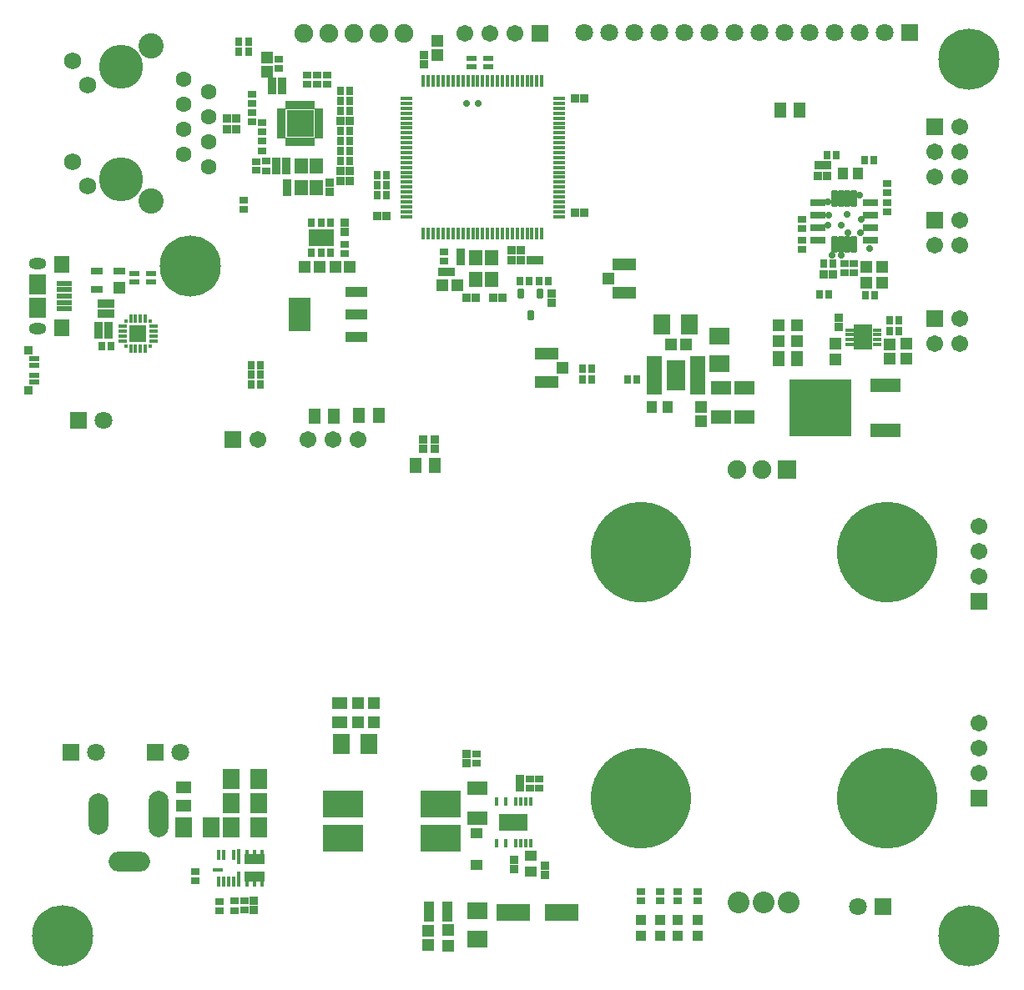
<source format=gts>
G04*
G04 #@! TF.GenerationSoftware,Altium Limited,Altium Designer,22.2.1 (43)*
G04*
G04 Layer_Color=8388736*
%FSAX24Y24*%
%MOIN*%
G70*
G04*
G04 #@! TF.SameCoordinates,9FECD9A3-9FBE-45D8-96C7-32EA53B7FBE5*
G04*
G04*
G04 #@! TF.FilePolarity,Negative*
G04*
G01*
G75*
G04:AMPARAMS|DCode=26|XSize=61mil|YSize=23.6mil|CornerRadius=2mil|HoleSize=0mil|Usage=FLASHONLY|Rotation=180.000|XOffset=0mil|YOffset=0mil|HoleType=Round|Shape=RoundedRectangle|*
%AMROUNDEDRECTD26*
21,1,0.0610,0.0196,0,0,180.0*
21,1,0.0570,0.0236,0,0,180.0*
1,1,0.0040,-0.0285,0.0098*
1,1,0.0040,0.0285,0.0098*
1,1,0.0040,0.0285,-0.0098*
1,1,0.0040,-0.0285,-0.0098*
%
%ADD26ROUNDEDRECTD26*%
%ADD34R,0.1120X0.0650*%
%ADD35R,0.0120X0.0350*%
%ADD56R,0.0472X0.0118*%
%ADD57R,0.0118X0.0472*%
%ADD73R,0.0118X0.0354*%
%ADD74R,0.0354X0.0118*%
%ADD75R,0.0118X0.0118*%
%ADD87R,0.0946X0.0513*%
%ADD88R,0.0513X0.0474*%
%ADD89R,0.0454X0.0631*%
%ADD90R,0.0324X0.0324*%
%ADD91R,0.0493X0.0631*%
%ADD92R,0.0356X0.0179*%
%ADD93R,0.0730X0.1017*%
%ADD94R,0.0474X0.0454*%
%ADD95R,0.0324X0.0324*%
G04:AMPARAMS|DCode=96|XSize=25.7mil|YSize=69mil|CornerRadius=5.9mil|HoleSize=0mil|Usage=FLASHONLY|Rotation=180.000|XOffset=0mil|YOffset=0mil|HoleType=Round|Shape=RoundedRectangle|*
%AMROUNDEDRECTD96*
21,1,0.0257,0.0571,0,0,180.0*
21,1,0.0138,0.0690,0,0,180.0*
1,1,0.0119,-0.0069,0.0286*
1,1,0.0119,0.0069,0.0286*
1,1,0.0119,0.0069,-0.0286*
1,1,0.0119,-0.0069,-0.0286*
%
%ADD96ROUNDEDRECTD96*%
%ADD97R,0.0454X0.0474*%
%ADD98R,0.0324X0.0308*%
%ADD99R,0.0316X0.0324*%
%ADD100R,0.0308X0.0324*%
%ADD101R,0.0434X0.0474*%
%ADD102R,0.1202X0.0572*%
%ADD103R,0.2482X0.2265*%
%ADD104R,0.0434X0.0237*%
%ADD105R,0.0907X0.0434*%
%ADD106R,0.0907X0.1340*%
%ADD107R,0.0808X0.0395*%
%ADD108R,0.0434X0.0178*%
%ADD109R,0.0178X0.0434*%
%ADD110R,0.0178X0.0592*%
%ADD111R,0.0178X0.0277*%
%ADD112R,0.0651X0.0828*%
%ADD113R,0.0395X0.0395*%
%ADD114R,0.0328X0.0340*%
%ADD115R,0.0395X0.0237*%
G04:AMPARAMS|DCode=116|XSize=29.7mil|YSize=39.5mil|CornerRadius=5.9mil|HoleSize=0mil|Usage=FLASHONLY|Rotation=0.000|XOffset=0mil|YOffset=0mil|HoleType=Round|Shape=RoundedRectangle|*
%AMROUNDEDRECTD116*
21,1,0.0297,0.0276,0,0,0.0*
21,1,0.0178,0.0395,0,0,0.0*
1,1,0.0119,0.0089,-0.0138*
1,1,0.0119,-0.0089,-0.0138*
1,1,0.0119,-0.0089,0.0138*
1,1,0.0119,0.0089,0.0138*
%
%ADD116ROUNDEDRECTD116*%
%ADD117R,0.0789X0.0533*%
%ADD118R,0.0454X0.0454*%
%ADD119R,0.0631X0.0257*%
%ADD120R,0.0769X0.1237*%
%ADD121R,0.0828X0.0651*%
%ADD122R,0.0474X0.0454*%
%ADD123R,0.0533X0.0631*%
%ADD124R,0.0454X0.0474*%
%ADD125R,0.0324X0.0316*%
%ADD126R,0.0352X0.0190*%
%ADD127R,0.0190X0.0352*%
%ADD128R,0.1064X0.1064*%
%ADD129R,0.0257X0.0375*%
%ADD130R,0.1025X0.0710*%
%ADD131R,0.0709X0.0709*%
%ADD132R,0.0474X0.0316*%
%ADD133R,0.0474X0.0474*%
%ADD134R,0.0631X0.0710*%
%ADD135R,0.0690X0.0828*%
%ADD136R,0.0611X0.0237*%
%ADD137R,0.0631X0.0493*%
%ADD138R,0.1596X0.1064*%
%ADD139R,0.0505X0.0442*%
%ADD140R,0.1320X0.0710*%
%ADD141R,0.0474X0.0434*%
%ADD142R,0.0395X0.0789*%
%ADD143C,0.1760*%
%ADD144C,0.1007*%
%ADD145C,0.0630*%
%ADD146C,0.0682*%
%ADD147C,0.0710*%
%ADD148R,0.0710X0.0710*%
%ADD149C,0.0867*%
%ADD150C,0.4017*%
%ADD151R,0.0674X0.0674*%
%ADD152C,0.0674*%
%ADD153R,0.0749X0.0749*%
%ADD154C,0.0749*%
%ADD155C,0.2442*%
%ADD156C,0.0671*%
%ADD157R,0.0671X0.0671*%
%ADD158R,0.0671X0.0671*%
%ADD159O,0.0789X0.1852*%
%ADD160O,0.1655X0.0789*%
%ADD161O,0.0789X0.1655*%
%ADD162O,0.0710X0.0434*%
%ADD163C,0.0277*%
D26*
X049223Y045140D02*
D03*
Y045640D02*
D03*
Y046140D02*
D03*
Y046640D02*
D03*
X047097D02*
D03*
Y046140D02*
D03*
Y045640D02*
D03*
Y045140D02*
D03*
D34*
X034950Y021850D02*
D03*
D35*
X035048Y022679D02*
D03*
X035245D02*
D03*
X035442D02*
D03*
X035639D02*
D03*
Y021021D02*
D03*
X035442D02*
D03*
X035245D02*
D03*
X035048D02*
D03*
X034655Y022679D02*
D03*
Y021021D02*
D03*
X034261Y022679D02*
D03*
Y021021D02*
D03*
D56*
X030669Y046068D02*
D03*
Y046265D02*
D03*
Y046462D02*
D03*
Y046658D02*
D03*
Y046855D02*
D03*
Y047052D02*
D03*
Y047249D02*
D03*
Y047446D02*
D03*
Y047643D02*
D03*
Y047839D02*
D03*
Y048036D02*
D03*
Y048233D02*
D03*
Y048430D02*
D03*
Y048627D02*
D03*
Y048824D02*
D03*
Y049021D02*
D03*
Y049217D02*
D03*
Y049414D02*
D03*
Y049611D02*
D03*
Y049808D02*
D03*
Y050005D02*
D03*
Y050202D02*
D03*
Y050399D02*
D03*
Y050595D02*
D03*
Y050792D02*
D03*
X036771D02*
D03*
Y050595D02*
D03*
Y050399D02*
D03*
Y050202D02*
D03*
Y050005D02*
D03*
Y049808D02*
D03*
Y049611D02*
D03*
Y049414D02*
D03*
Y049217D02*
D03*
Y049021D02*
D03*
Y048824D02*
D03*
Y048627D02*
D03*
Y048430D02*
D03*
Y048233D02*
D03*
Y048036D02*
D03*
Y047839D02*
D03*
Y047643D02*
D03*
Y047446D02*
D03*
Y047249D02*
D03*
Y047052D02*
D03*
Y046855D02*
D03*
Y046658D02*
D03*
Y046462D02*
D03*
Y046265D02*
D03*
Y046068D02*
D03*
D57*
X031358Y051481D02*
D03*
X031555D02*
D03*
X031751D02*
D03*
X031948D02*
D03*
X032145D02*
D03*
X032342D02*
D03*
X032539D02*
D03*
X032736D02*
D03*
X032933D02*
D03*
X033129D02*
D03*
X033326D02*
D03*
X033523D02*
D03*
X033720D02*
D03*
X033917D02*
D03*
X034114D02*
D03*
X034311D02*
D03*
X034507D02*
D03*
X034704D02*
D03*
X034901D02*
D03*
X035098D02*
D03*
X035295D02*
D03*
X035492D02*
D03*
X035689D02*
D03*
X035885D02*
D03*
X036082D02*
D03*
Y045379D02*
D03*
X035885D02*
D03*
X035689D02*
D03*
X035492D02*
D03*
X035295D02*
D03*
X035098D02*
D03*
X034901D02*
D03*
X034704D02*
D03*
X034507D02*
D03*
X034311D02*
D03*
X034114D02*
D03*
X033917D02*
D03*
X033720D02*
D03*
X033523D02*
D03*
X033326D02*
D03*
X033129D02*
D03*
X032933D02*
D03*
X032736D02*
D03*
X032539D02*
D03*
X032342D02*
D03*
X032145D02*
D03*
X031948D02*
D03*
X031751D02*
D03*
X031555D02*
D03*
X031358D02*
D03*
D73*
X020251Y042000D02*
D03*
X020054D02*
D03*
X019857D02*
D03*
X019660D02*
D03*
Y040780D02*
D03*
X019857D02*
D03*
X020054D02*
D03*
X020251D02*
D03*
D74*
X019345Y041685D02*
D03*
Y041488D02*
D03*
Y041291D02*
D03*
Y041094D02*
D03*
X020566D02*
D03*
Y041291D02*
D03*
Y041488D02*
D03*
Y041685D02*
D03*
D75*
X020447Y041882D02*
D03*
Y040898D02*
D03*
X019463Y041882D02*
D03*
Y040898D02*
D03*
D87*
X039370Y044173D02*
D03*
Y043032D02*
D03*
X036274Y040590D02*
D03*
Y039448D02*
D03*
D88*
X038740Y043602D02*
D03*
X036904Y040019D02*
D03*
D89*
X045598Y050341D02*
D03*
X046385D02*
D03*
X029564Y038110D02*
D03*
X028776D02*
D03*
X026993Y038100D02*
D03*
X027780D02*
D03*
D90*
X031350Y036803D02*
D03*
Y037157D02*
D03*
X031800Y037147D02*
D03*
Y036793D02*
D03*
X034990Y020357D02*
D03*
Y020003D02*
D03*
X024574Y018714D02*
D03*
Y018360D02*
D03*
X032830Y044283D02*
D03*
Y044637D02*
D03*
X031380Y052517D02*
D03*
Y052163D02*
D03*
X036490Y042977D02*
D03*
Y042623D02*
D03*
X025325Y051117D02*
D03*
Y051471D02*
D03*
X025725Y051117D02*
D03*
Y051471D02*
D03*
X025875Y048271D02*
D03*
Y047917D02*
D03*
X025475Y048271D02*
D03*
Y047917D02*
D03*
X025925Y047398D02*
D03*
Y047044D02*
D03*
X027625Y047421D02*
D03*
Y047067D02*
D03*
X028200Y045460D02*
D03*
Y045814D02*
D03*
X018770Y041343D02*
D03*
Y041697D02*
D03*
X018360Y041343D02*
D03*
Y041697D02*
D03*
X047931Y041667D02*
D03*
Y042021D02*
D03*
X035210Y023243D02*
D03*
Y023597D02*
D03*
X033090Y024241D02*
D03*
Y024595D02*
D03*
X036200Y019763D02*
D03*
Y020117D02*
D03*
D91*
X031794Y036140D02*
D03*
X031046D02*
D03*
X046276Y040406D02*
D03*
X045528D02*
D03*
D92*
X049463Y040951D02*
D03*
Y041147D02*
D03*
Y041344D02*
D03*
Y041541D02*
D03*
X048361Y040951D02*
D03*
Y041147D02*
D03*
Y041344D02*
D03*
Y041541D02*
D03*
D93*
X048912Y041246D02*
D03*
D94*
X031900Y053105D02*
D03*
Y052515D02*
D03*
X025125Y052439D02*
D03*
Y051849D02*
D03*
X050631Y040980D02*
D03*
Y040389D02*
D03*
X049971Y040970D02*
D03*
Y040379D02*
D03*
D95*
X047705Y043744D02*
D03*
X047351D02*
D03*
X047136Y048110D02*
D03*
X047490D02*
D03*
X047113Y047700D02*
D03*
X047467D02*
D03*
X032457Y043870D02*
D03*
X032103D02*
D03*
X037774Y046240D02*
D03*
X037420D02*
D03*
X029523Y046090D02*
D03*
X029877D02*
D03*
X037777Y050800D02*
D03*
X037423D02*
D03*
X035633Y044320D02*
D03*
X035987D02*
D03*
X034143Y042840D02*
D03*
X034497D02*
D03*
X033087Y042822D02*
D03*
X033441D02*
D03*
X034873Y044330D02*
D03*
X035227D02*
D03*
X023525Y049994D02*
D03*
X023880D02*
D03*
X023525Y049544D02*
D03*
X023880D02*
D03*
X028048Y049894D02*
D03*
X028402D02*
D03*
X028048Y047894D02*
D03*
X028402D02*
D03*
X028048Y047494D02*
D03*
X028402D02*
D03*
X018854Y042580D02*
D03*
X018500D02*
D03*
X018857Y042180D02*
D03*
X018503D02*
D03*
X034873Y044720D02*
D03*
X035227D02*
D03*
D96*
X048544Y046805D02*
D03*
X048288D02*
D03*
X048032D02*
D03*
X047776D02*
D03*
X048544Y044975D02*
D03*
X048288D02*
D03*
X048032D02*
D03*
X047776D02*
D03*
D97*
X049680Y043430D02*
D03*
X049050D02*
D03*
X049675Y044060D02*
D03*
X049045D02*
D03*
X041227Y040976D02*
D03*
X041857D02*
D03*
X028755Y026630D02*
D03*
X029385D02*
D03*
X028740Y025860D02*
D03*
X029370D02*
D03*
D98*
X048550Y043815D02*
D03*
Y044185D02*
D03*
X048160Y043820D02*
D03*
Y044190D02*
D03*
X046460Y044760D02*
D03*
Y045130D02*
D03*
Y045590D02*
D03*
Y045960D02*
D03*
X049860Y046265D02*
D03*
Y046635D02*
D03*
Y047400D02*
D03*
Y047030D02*
D03*
X023210Y018695D02*
D03*
Y018325D02*
D03*
X022257Y019531D02*
D03*
Y019901D02*
D03*
X024194Y018717D02*
D03*
Y018347D02*
D03*
X023797Y018341D02*
D03*
Y018711D02*
D03*
X041500Y019095D02*
D03*
Y018725D02*
D03*
X042310Y019085D02*
D03*
Y018715D02*
D03*
X040810Y019085D02*
D03*
Y018715D02*
D03*
X040050Y019085D02*
D03*
Y018715D02*
D03*
X032190Y044285D02*
D03*
Y044655D02*
D03*
X024525Y050964D02*
D03*
Y050594D02*
D03*
Y049844D02*
D03*
Y050214D02*
D03*
X024925Y049459D02*
D03*
Y049829D02*
D03*
Y049079D02*
D03*
Y048709D02*
D03*
X025075Y047909D02*
D03*
Y048279D02*
D03*
X024180Y046725D02*
D03*
Y046355D02*
D03*
X027525Y051359D02*
D03*
Y051729D02*
D03*
X027125Y051359D02*
D03*
Y051729D02*
D03*
X026725Y051359D02*
D03*
Y051729D02*
D03*
X028200Y044970D02*
D03*
Y044600D02*
D03*
X035600Y023235D02*
D03*
Y023605D02*
D03*
X035990Y023235D02*
D03*
Y023605D02*
D03*
X033490Y024230D02*
D03*
Y024600D02*
D03*
D99*
X049019Y042920D02*
D03*
X049381D02*
D03*
X047479Y048520D02*
D03*
X047841D02*
D03*
X036351Y043480D02*
D03*
X035989D02*
D03*
X035219Y043490D02*
D03*
X035581D02*
D03*
D100*
X047550Y042960D02*
D03*
X047180D02*
D03*
X047713Y044194D02*
D03*
X047343D02*
D03*
X048975Y048320D02*
D03*
X049345D02*
D03*
X024835Y040140D02*
D03*
X024465D02*
D03*
X024835Y039750D02*
D03*
X024465D02*
D03*
X024835Y039350D02*
D03*
X024465D02*
D03*
X029890Y047330D02*
D03*
X029520D02*
D03*
Y046940D02*
D03*
X029890D02*
D03*
X037694Y040008D02*
D03*
X038064D02*
D03*
X038075Y039560D02*
D03*
X037705D02*
D03*
X039877Y039566D02*
D03*
X039507D02*
D03*
X023990Y053044D02*
D03*
X024360D02*
D03*
X023990Y052644D02*
D03*
X024360D02*
D03*
X028040Y051094D02*
D03*
X028410D02*
D03*
Y050694D02*
D03*
X028040D02*
D03*
Y050294D02*
D03*
X028410D02*
D03*
X028040Y049494D02*
D03*
X028410D02*
D03*
Y049094D02*
D03*
X028040D02*
D03*
X028410Y048694D02*
D03*
X028040D02*
D03*
Y048294D02*
D03*
X028410D02*
D03*
X029520Y047720D02*
D03*
X029890D02*
D03*
X018890Y040900D02*
D03*
X018520D02*
D03*
X049986Y041914D02*
D03*
X050356D02*
D03*
X050351Y041504D02*
D03*
X049981D02*
D03*
D101*
X048725Y047780D02*
D03*
X048095D02*
D03*
X040477Y038476D02*
D03*
X041107D02*
D03*
D102*
X049818Y037542D02*
D03*
Y039338D02*
D03*
D103*
X047200Y038440D02*
D03*
D104*
X033275Y052073D02*
D03*
Y052387D02*
D03*
X033945Y052073D02*
D03*
Y052387D02*
D03*
X020485Y043473D02*
D03*
Y043787D02*
D03*
X019815Y043473D02*
D03*
Y043787D02*
D03*
D105*
X028662Y041264D02*
D03*
Y042170D02*
D03*
Y043076D02*
D03*
D106*
X026418Y042170D02*
D03*
D107*
X024607Y020386D02*
D03*
Y019677D02*
D03*
D108*
X023131Y019963D02*
D03*
D109*
X023190Y020563D02*
D03*
X023387D02*
D03*
X023781D02*
D03*
Y019500D02*
D03*
X023584D02*
D03*
X023387D02*
D03*
X023190D02*
D03*
D110*
X023977Y020484D02*
D03*
Y019579D02*
D03*
D111*
X024292Y020642D02*
D03*
X024607D02*
D03*
X024922D02*
D03*
Y019421D02*
D03*
X024607D02*
D03*
X024292D02*
D03*
D112*
X024778Y023596D02*
D03*
X023676D02*
D03*
X024778Y022626D02*
D03*
X023676D02*
D03*
X024769Y021646D02*
D03*
X023666D02*
D03*
X021766Y021656D02*
D03*
X022868D02*
D03*
X041963Y041746D02*
D03*
X040861D02*
D03*
X029171Y024990D02*
D03*
X028069D02*
D03*
D113*
X041520Y017965D02*
D03*
Y017335D02*
D03*
X042320Y017965D02*
D03*
Y017335D02*
D03*
X040800Y017965D02*
D03*
Y017335D02*
D03*
X040050Y017965D02*
D03*
Y017335D02*
D03*
D114*
X015580Y040727D02*
D03*
Y039136D02*
D03*
D115*
X015810Y040408D02*
D03*
Y040140D02*
D03*
Y039723D02*
D03*
Y039455D02*
D03*
D116*
X035630Y042137D02*
D03*
X035256Y043003D02*
D03*
X036004D02*
D03*
D117*
X044162Y038075D02*
D03*
Y039217D02*
D03*
X043232D02*
D03*
Y038075D02*
D03*
X033510Y022029D02*
D03*
Y023211D02*
D03*
D118*
X042442Y037881D02*
D03*
Y038471D02*
D03*
X031530Y016945D02*
D03*
Y017535D02*
D03*
D119*
X040572Y040368D02*
D03*
Y040112D02*
D03*
Y039856D02*
D03*
Y039600D02*
D03*
Y039344D02*
D03*
Y039088D02*
D03*
X042305D02*
D03*
Y039344D02*
D03*
Y039600D02*
D03*
Y039856D02*
D03*
Y040112D02*
D03*
Y040368D02*
D03*
D120*
X041438Y039728D02*
D03*
D121*
X043182Y041307D02*
D03*
Y040205D02*
D03*
X033500Y017208D02*
D03*
Y018310D02*
D03*
D122*
X045532Y041101D02*
D03*
Y041731D02*
D03*
X046272Y041101D02*
D03*
Y041731D02*
D03*
X047821Y040999D02*
D03*
Y040369D02*
D03*
X032340Y017545D02*
D03*
Y016915D02*
D03*
D123*
X033434Y044422D02*
D03*
Y043555D02*
D03*
X034064D02*
D03*
Y044422D02*
D03*
X026460Y048077D02*
D03*
Y047211D02*
D03*
X027090D02*
D03*
Y048077D02*
D03*
D124*
X032105Y043320D02*
D03*
X032695D02*
D03*
X027830Y044060D02*
D03*
X028421D02*
D03*
X027215D02*
D03*
X026625D02*
D03*
D125*
X025575Y051982D02*
D03*
Y052344D02*
D03*
X024675Y047913D02*
D03*
Y048275D02*
D03*
D126*
X025682Y049497D02*
D03*
Y049694D02*
D03*
X027178Y049300D02*
D03*
Y049497D02*
D03*
Y049694D02*
D03*
Y049890D02*
D03*
Y050087D02*
D03*
Y050284D02*
D03*
X025682D02*
D03*
Y049300D02*
D03*
Y049890D02*
D03*
Y050087D02*
D03*
D127*
X025938Y049044D02*
D03*
X026135D02*
D03*
X026332D02*
D03*
X026528D02*
D03*
X026725D02*
D03*
X026922D02*
D03*
Y050540D02*
D03*
X026725D02*
D03*
X026528D02*
D03*
X026332D02*
D03*
X026135D02*
D03*
X025938D02*
D03*
D128*
X026430Y049792D02*
D03*
D129*
X027634Y045811D02*
D03*
X027260D02*
D03*
X026886D02*
D03*
Y044629D02*
D03*
X027260D02*
D03*
X027634D02*
D03*
D130*
X027260Y045220D02*
D03*
D131*
X019955Y041390D02*
D03*
D132*
X018294Y043900D02*
D03*
X019200D02*
D03*
X018294Y043152D02*
D03*
D133*
X019200Y043231D02*
D03*
D134*
X016920Y044150D02*
D03*
Y041630D02*
D03*
D135*
X015955Y042417D02*
D03*
Y043362D02*
D03*
D136*
X017009Y042378D02*
D03*
Y042634D02*
D03*
Y043402D02*
D03*
Y043146D02*
D03*
Y042890D02*
D03*
D137*
X021770Y022516D02*
D03*
Y023264D02*
D03*
X027995Y026618D02*
D03*
Y025870D02*
D03*
D138*
X028133Y022598D02*
D03*
Y021220D02*
D03*
X032050D02*
D03*
Y022598D02*
D03*
D139*
X033470Y021410D02*
D03*
Y020150D02*
D03*
D140*
X034955Y018270D02*
D03*
X036885D02*
D03*
D141*
X035630Y019880D02*
D03*
Y020510D02*
D03*
D142*
X032294Y018300D02*
D03*
X031586D02*
D03*
D143*
X019275Y052044D02*
D03*
Y047544D02*
D03*
D144*
X020476Y052894D02*
D03*
Y046694D02*
D03*
D145*
X021775Y051544D02*
D03*
X022775Y048044D02*
D03*
Y051044D02*
D03*
X021775Y048544D02*
D03*
Y050544D02*
D03*
X022775Y049044D02*
D03*
Y050044D02*
D03*
X021775Y049544D02*
D03*
D146*
X017346Y052284D02*
D03*
X017944Y047304D02*
D03*
Y051320D02*
D03*
X017346Y048268D02*
D03*
D147*
X037764Y053440D02*
D03*
X038764D02*
D03*
X042764D02*
D03*
X045764D02*
D03*
X047764D02*
D03*
X049764D02*
D03*
X048764D02*
D03*
X046764D02*
D03*
X044764D02*
D03*
X043764D02*
D03*
X041764D02*
D03*
X040764D02*
D03*
X039764D02*
D03*
X018590Y037940D02*
D03*
X021640Y024650D02*
D03*
X018270D02*
D03*
X048713Y018504D02*
D03*
D148*
X050764Y053440D02*
D03*
X017590Y037940D02*
D03*
X020640Y024650D02*
D03*
X017270D02*
D03*
X049713Y018504D02*
D03*
D149*
X045938Y018676D02*
D03*
X044938D02*
D03*
X043938D02*
D03*
D150*
X040040Y022810D02*
D03*
Y032653D02*
D03*
X049883D02*
D03*
Y022810D02*
D03*
D151*
X023730Y037150D02*
D03*
D152*
X024730D02*
D03*
X026730D02*
D03*
X027730D02*
D03*
X028730D02*
D03*
D153*
X045890Y035960D02*
D03*
D154*
X044890D02*
D03*
X043890D02*
D03*
X029560Y053400D02*
D03*
X026560D02*
D03*
X027560D02*
D03*
X028560D02*
D03*
X030560D02*
D03*
D155*
X016929Y017323D02*
D03*
X053150D02*
D03*
Y052362D02*
D03*
X022047Y044094D02*
D03*
D156*
X033000Y053400D02*
D03*
X034000D02*
D03*
X035000D02*
D03*
X053543Y031709D02*
D03*
Y032709D02*
D03*
Y033709D02*
D03*
Y023835D02*
D03*
Y024835D02*
D03*
Y025835D02*
D03*
X052790Y045914D02*
D03*
X051790Y044914D02*
D03*
X052790D02*
D03*
Y041977D02*
D03*
X051790Y040977D02*
D03*
X052790D02*
D03*
Y047670D02*
D03*
Y048670D02*
D03*
X051790Y047670D02*
D03*
Y048670D02*
D03*
X052790Y049670D02*
D03*
D157*
X036000Y053400D02*
D03*
D158*
X053543Y030709D02*
D03*
Y022835D02*
D03*
X051790Y045914D02*
D03*
Y041977D02*
D03*
Y049670D02*
D03*
D159*
X020762Y022180D02*
D03*
D160*
X019620Y020290D02*
D03*
D161*
X018380Y022180D02*
D03*
D162*
X015955Y044189D02*
D03*
Y041591D02*
D03*
D163*
X033543Y050591D02*
D03*
X033071D02*
D03*
X047528Y046140D02*
D03*
X048288Y046158D02*
D03*
X048780Y046910D02*
D03*
X047520Y045710D02*
D03*
Y046660D02*
D03*
X048050Y045710D02*
D03*
X048295Y045430D02*
D03*
X048820Y045420D02*
D03*
X048830Y045950D02*
D03*
X048032Y044521D02*
D03*
X047660Y044520D02*
D03*
X049160Y044790D02*
D03*
M02*

</source>
